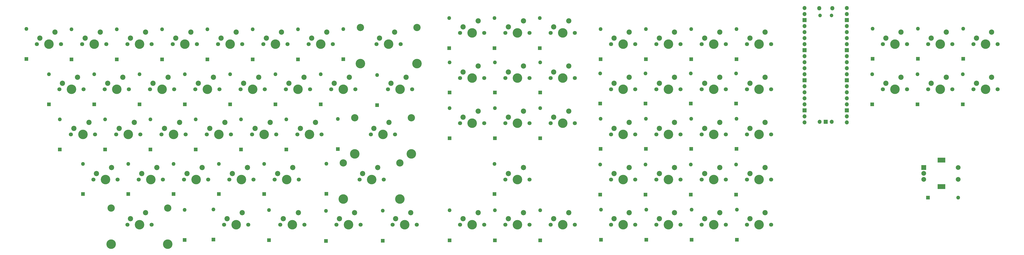
<source format=gbr>
%TF.GenerationSoftware,KiCad,Pcbnew,8.99.0-3334-g98ae574c78*%
%TF.CreationDate,2025-06-08T22:47:57-05:00*%
%TF.ProjectId,CircuitCyboard-Right,43697263-7569-4744-9379-626f6172642d,rev?*%
%TF.SameCoordinates,Original*%
%TF.FileFunction,Soldermask,Bot*%
%TF.FilePolarity,Negative*%
%FSLAX46Y46*%
G04 Gerber Fmt 4.6, Leading zero omitted, Abs format (unit mm)*
G04 Created by KiCad (PCBNEW 8.99.0-3334-g98ae574c78) date 2025-06-08 22:47:57*
%MOMM*%
%LPD*%
G01*
G04 APERTURE LIST*
%ADD10C,1.700000*%
%ADD11C,4.000000*%
%ADD12C,2.200000*%
%ADD13R,2.000000X2.000000*%
%ADD14C,2.000000*%
%ADD15R,3.200000X2.000000*%
%ADD16C,3.050000*%
%ADD17O,1.800000X1.800000*%
%ADD18O,1.500000X1.500000*%
%ADD19O,1.700000X1.700000*%
%ADD20R,1.700000X1.700000*%
%ADD21R,1.600000X1.600000*%
%ADD22O,1.600000X1.600000*%
G04 APERTURE END LIST*
D10*
%TO.C,SW62*%
X330220100Y-115220000D03*
D11*
X335300100Y-115220000D03*
D10*
X340380100Y-115220000D03*
D12*
X337840100Y-110140000D03*
X331490100Y-112680000D03*
%TD*%
D10*
%TO.C,SW4*%
X74412500Y-96170000D03*
D11*
X79492500Y-96170000D03*
D10*
X84572500Y-96170000D03*
D12*
X82032500Y-91090000D03*
X75682500Y-93630000D03*
%TD*%
D10*
%TO.C,SW36*%
X228620100Y-53307500D03*
D11*
X233700100Y-53307500D03*
D10*
X238780100Y-53307500D03*
D12*
X236240100Y-48227500D03*
X229890100Y-50767500D03*
%TD*%
D10*
%TO.C,SW47*%
X266720100Y-115220000D03*
D11*
X271800100Y-115220000D03*
D10*
X276880100Y-115220000D03*
D12*
X274340100Y-110140000D03*
X267990100Y-112680000D03*
%TD*%
D10*
%TO.C,SW52*%
X292120100Y-115220000D03*
D11*
X297200100Y-115220000D03*
D10*
X302280100Y-115220000D03*
D12*
X299740100Y-110140000D03*
X293390100Y-112680000D03*
%TD*%
D10*
%TO.C,SW2*%
X60125000Y-58070000D03*
D11*
X65205000Y-58070000D03*
D10*
X70285000Y-58070000D03*
D12*
X67745000Y-52990000D03*
X61395000Y-55530000D03*
%TD*%
D10*
%TO.C,SW61*%
X330220100Y-96170000D03*
D11*
X335300100Y-96170000D03*
D10*
X340380100Y-96170000D03*
D12*
X337840100Y-91090000D03*
X331490100Y-93630000D03*
%TD*%
D10*
%TO.C,SW66*%
X349270100Y-96170000D03*
D11*
X354350100Y-96170000D03*
D10*
X359430100Y-96170000D03*
D12*
X356890100Y-91090000D03*
X350540100Y-93630000D03*
%TD*%
D10*
%TO.C,SW59*%
X330220100Y-58070000D03*
D11*
X335300100Y-58070000D03*
D10*
X340380100Y-58070000D03*
D12*
X337840100Y-52990000D03*
X331490100Y-55530000D03*
%TD*%
D10*
%TO.C,SW39*%
X247670100Y-34257500D03*
D11*
X252750100Y-34257500D03*
D10*
X257830100Y-34257500D03*
D12*
X255290100Y-29177500D03*
X248940100Y-31717500D03*
%TD*%
D13*
%TO.C,SW72*%
X423565100Y-91090000D03*
D14*
X423565100Y-96090000D03*
X423565100Y-93590000D03*
D15*
X431065100Y-87990000D03*
X431065100Y-99190000D03*
D14*
X438065100Y-96090000D03*
X438065100Y-91090000D03*
%TD*%
D10*
%TO.C,SW41*%
X247670100Y-72357500D03*
D11*
X252750100Y-72357500D03*
D10*
X257830100Y-72357500D03*
D12*
X255290100Y-67277500D03*
X248940100Y-69817500D03*
%TD*%
D10*
%TO.C,SW27*%
X155375000Y-58070000D03*
D11*
X160455000Y-58070000D03*
D10*
X165535000Y-58070000D03*
D12*
X162995000Y-52990000D03*
X156645000Y-55530000D03*
%TD*%
D10*
%TO.C,SW1*%
X50600000Y-39020000D03*
D11*
X55680000Y-39020000D03*
D10*
X60760000Y-39020000D03*
D12*
X58220000Y-33940000D03*
X51870000Y-36480000D03*
%TD*%
D10*
%TO.C,SW9*%
X93462500Y-96170000D03*
D11*
X98542500Y-96170000D03*
D10*
X103622500Y-96170000D03*
D12*
X101082500Y-91090000D03*
X94732500Y-93630000D03*
%TD*%
D10*
%TO.C,SW19*%
X131562500Y-96170000D03*
D11*
X136642500Y-96170000D03*
D10*
X141722500Y-96170000D03*
D12*
X139182500Y-91090000D03*
X132832500Y-93630000D03*
%TD*%
D10*
%TO.C,SW53*%
X311170100Y-39020000D03*
D11*
X316250100Y-39020000D03*
D10*
X321330100Y-39020000D03*
D12*
X318790100Y-33940000D03*
X312440100Y-36480000D03*
%TD*%
D10*
%TO.C,SW26*%
X145850000Y-39020000D03*
D11*
X150930000Y-39020000D03*
D10*
X156010000Y-39020000D03*
D12*
X153470000Y-33940000D03*
X147120000Y-36480000D03*
%TD*%
D10*
%TO.C,SW54*%
X311170100Y-58070000D03*
D11*
X316250100Y-58070000D03*
D10*
X321330100Y-58070000D03*
D12*
X318790100Y-52990000D03*
X312440100Y-55530000D03*
%TD*%
D10*
%TO.C,SW69*%
X406420100Y-58070000D03*
D11*
X411500100Y-58070000D03*
D10*
X416580100Y-58070000D03*
D12*
X414040100Y-52990000D03*
X407690100Y-55530000D03*
%TD*%
D10*
%TO.C,SW35*%
X228620100Y-34257500D03*
D11*
X233700100Y-34257500D03*
D10*
X238780100Y-34257500D03*
D12*
X236240100Y-29177500D03*
X229890100Y-31717500D03*
%TD*%
D10*
%TO.C,SW48*%
X292120100Y-39020000D03*
D11*
X297200100Y-39020000D03*
D10*
X302280100Y-39020000D03*
D12*
X299740100Y-33940000D03*
X293390100Y-36480000D03*
%TD*%
D10*
%TO.C,SW13*%
X102987500Y-77120000D03*
D11*
X108067500Y-77120000D03*
D10*
X113147500Y-77120000D03*
D12*
X110607500Y-72040000D03*
X104257500Y-74580000D03*
%TD*%
D10*
%TO.C,SW67*%
X349270100Y-115220000D03*
D11*
X354350100Y-115220000D03*
D10*
X359430100Y-115220000D03*
D12*
X356890100Y-110140000D03*
X350540100Y-112680000D03*
%TD*%
D16*
%TO.C,SW32*%
X184273500Y-70120000D03*
D11*
X184273500Y-85360000D03*
D10*
X191093500Y-77120000D03*
D11*
X196173500Y-77120000D03*
D10*
X201253500Y-77120000D03*
D16*
X208073500Y-70120000D03*
D11*
X208073500Y-85360000D03*
D12*
X198713500Y-72040000D03*
X192363500Y-74580000D03*
%TD*%
D10*
%TO.C,SW73*%
X444520100Y-39020000D03*
D11*
X449600100Y-39020000D03*
D10*
X454680100Y-39020000D03*
D12*
X452140100Y-33940000D03*
X445790100Y-36480000D03*
%TD*%
D10*
%TO.C,SW14*%
X112512500Y-96170000D03*
D11*
X117592500Y-96170000D03*
D10*
X122672500Y-96170000D03*
D12*
X120132500Y-91090000D03*
X113782500Y-93630000D03*
%TD*%
D10*
%TO.C,SW7*%
X79175000Y-58070000D03*
D11*
X84255000Y-58070000D03*
D10*
X89335000Y-58070000D03*
D12*
X86795000Y-52990000D03*
X80445000Y-55530000D03*
%TD*%
D10*
%TO.C,SW11*%
X88700000Y-39020000D03*
D11*
X93780000Y-39020000D03*
D10*
X98860000Y-39020000D03*
D12*
X96320000Y-33940000D03*
X89970000Y-36480000D03*
%TD*%
D10*
%TO.C,SW8*%
X83937500Y-77120000D03*
D11*
X89017500Y-77120000D03*
D10*
X94097500Y-77120000D03*
D12*
X91557500Y-72040000D03*
X85207500Y-74580000D03*
%TD*%
D10*
%TO.C,SW10*%
X129372300Y-115220000D03*
D11*
X134452300Y-115220000D03*
D10*
X139532300Y-115220000D03*
D12*
X136992300Y-110140000D03*
X130642300Y-112680000D03*
%TD*%
D10*
%TO.C,SW70*%
X425470100Y-39020000D03*
D11*
X430550100Y-39020000D03*
D10*
X435630100Y-39020000D03*
D12*
X433090100Y-33940000D03*
X426740100Y-36480000D03*
%TD*%
D10*
%TO.C,SW63*%
X349270100Y-39020000D03*
D11*
X354350100Y-39020000D03*
D10*
X359430100Y-39020000D03*
D12*
X356890100Y-33940000D03*
X350540100Y-36480000D03*
%TD*%
D10*
%TO.C,SW20*%
X176615200Y-115220000D03*
D11*
X181695200Y-115220000D03*
D10*
X186775200Y-115220000D03*
D12*
X184235200Y-110140000D03*
X177885200Y-112680000D03*
%TD*%
D10*
%TO.C,SW30*%
X164900000Y-39020000D03*
D11*
X169980000Y-39020000D03*
D10*
X175060000Y-39020000D03*
D12*
X172520000Y-33940000D03*
X166170000Y-36480000D03*
%TD*%
D10*
%TO.C,SW58*%
X330220100Y-39020000D03*
D11*
X335300100Y-39020000D03*
D10*
X340380100Y-39020000D03*
D12*
X337840100Y-33940000D03*
X331490100Y-36480000D03*
%TD*%
D10*
%TO.C,SW23*%
X141087500Y-77120000D03*
D11*
X146167500Y-77120000D03*
D10*
X151247500Y-77120000D03*
D12*
X148707500Y-72040000D03*
X142357500Y-74580000D03*
%TD*%
D10*
%TO.C,SW40*%
X247670100Y-53307500D03*
D11*
X252750100Y-53307500D03*
D10*
X257830100Y-53307500D03*
D12*
X255290100Y-48227500D03*
X248940100Y-50767500D03*
%TD*%
D10*
%TO.C,SW17*%
X117275000Y-58070000D03*
D11*
X122355000Y-58070000D03*
D10*
X127435000Y-58070000D03*
D12*
X124895000Y-52990000D03*
X118545000Y-55530000D03*
%TD*%
D10*
%TO.C,SW31*%
X174425000Y-58070000D03*
D11*
X179505000Y-58070000D03*
D10*
X184585000Y-58070000D03*
D12*
X182045000Y-52990000D03*
X175695000Y-55530000D03*
%TD*%
D10*
%TO.C,SW55*%
X311170100Y-77120000D03*
D11*
X316250100Y-77120000D03*
D10*
X321330100Y-77120000D03*
D12*
X318790100Y-72040000D03*
X312440100Y-74580000D03*
%TD*%
D10*
%TO.C,SW12*%
X98225000Y-58070000D03*
D11*
X103305000Y-58070000D03*
D10*
X108385000Y-58070000D03*
D12*
X105845000Y-52990000D03*
X99495000Y-55530000D03*
%TD*%
D10*
%TO.C,SW25*%
X200236600Y-115220000D03*
D11*
X205316600Y-115220000D03*
D10*
X210396600Y-115220000D03*
D12*
X207856600Y-110140000D03*
X201506600Y-112680000D03*
%TD*%
D10*
%TO.C,SW57*%
X311170100Y-115220000D03*
D11*
X316250100Y-115220000D03*
D10*
X321330100Y-115220000D03*
D12*
X318790100Y-110140000D03*
X312440100Y-112680000D03*
%TD*%
D10*
%TO.C,SW65*%
X349270100Y-77120000D03*
D11*
X354350100Y-77120000D03*
D10*
X359430100Y-77120000D03*
D12*
X356890100Y-72040000D03*
X350540100Y-74580000D03*
%TD*%
D16*
%TO.C,SW5*%
X81880000Y-108220000D03*
D11*
X81880000Y-123460000D03*
D10*
X88700000Y-115220000D03*
D11*
X93780000Y-115220000D03*
D10*
X98860000Y-115220000D03*
D16*
X105680000Y-108220000D03*
D11*
X105680000Y-123460000D03*
D12*
X96320000Y-110140000D03*
X89970000Y-112680000D03*
%TD*%
D10*
%TO.C,SW18*%
X122037500Y-77120000D03*
D11*
X127117500Y-77120000D03*
D10*
X132197500Y-77120000D03*
D12*
X129657500Y-72040000D03*
X123307500Y-74580000D03*
%TD*%
D10*
%TO.C,SW45*%
X266720100Y-53307500D03*
D11*
X271800100Y-53307500D03*
D10*
X276880100Y-53307500D03*
D12*
X274340100Y-48227500D03*
X267990100Y-50767500D03*
%TD*%
D16*
%TO.C,SW29*%
X179511500Y-89170000D03*
D11*
X179511500Y-104410000D03*
D10*
X186331500Y-96170000D03*
D11*
X191411500Y-96170000D03*
D10*
X196491500Y-96170000D03*
D16*
X203311500Y-89170000D03*
D11*
X203311500Y-104410000D03*
D12*
X193951500Y-91090000D03*
X187601500Y-93630000D03*
%TD*%
D10*
%TO.C,SW51*%
X292120100Y-96170000D03*
D11*
X297200100Y-96170000D03*
D10*
X302280100Y-96170000D03*
D12*
X299740100Y-91090000D03*
X293390100Y-93630000D03*
%TD*%
D16*
%TO.C,SW33*%
X186655000Y-32020000D03*
D11*
X186655000Y-47260000D03*
D10*
X193475000Y-39020000D03*
D11*
X198555000Y-39020000D03*
D10*
X203635000Y-39020000D03*
D16*
X210455000Y-32020000D03*
D11*
X210455000Y-47260000D03*
D12*
X201095000Y-33940000D03*
X194745000Y-36480000D03*
%TD*%
D10*
%TO.C,SW50*%
X292120100Y-77120000D03*
D11*
X297200100Y-77120000D03*
D10*
X302280100Y-77120000D03*
D12*
X299740100Y-72040000D03*
X293390100Y-74580000D03*
%TD*%
D10*
%TO.C,SW46*%
X266720100Y-72357500D03*
D11*
X271800100Y-72357500D03*
D10*
X276880100Y-72357500D03*
D12*
X274340100Y-67277500D03*
X267990100Y-69817500D03*
%TD*%
D10*
%TO.C,SW16*%
X107750000Y-39020000D03*
D11*
X112830000Y-39020000D03*
D10*
X117910000Y-39020000D03*
D12*
X115370000Y-33940000D03*
X109020000Y-36480000D03*
%TD*%
D10*
%TO.C,SW28*%
X160137500Y-77120000D03*
D11*
X165217500Y-77120000D03*
D10*
X170297500Y-77120000D03*
D12*
X167757500Y-72040000D03*
X161407500Y-74580000D03*
%TD*%
D10*
%TO.C,SW44*%
X266720100Y-34257500D03*
D11*
X271800100Y-34257500D03*
D10*
X276880100Y-34257500D03*
D12*
X274340100Y-29177500D03*
X267990100Y-31717500D03*
%TD*%
D10*
%TO.C,SW34*%
X198237500Y-58070000D03*
D11*
X203317500Y-58070000D03*
D10*
X208397500Y-58070000D03*
D12*
X205857500Y-52990000D03*
X199507500Y-55530000D03*
%TD*%
D10*
%TO.C,SW68*%
X406420100Y-39020000D03*
D11*
X411500100Y-39020000D03*
D10*
X416580100Y-39020000D03*
D12*
X414040100Y-33940000D03*
X407690100Y-36480000D03*
%TD*%
D10*
%TO.C,SW74*%
X444520100Y-58070000D03*
D11*
X449600100Y-58070000D03*
D10*
X454680100Y-58070000D03*
D12*
X452140100Y-52990000D03*
X445790100Y-55530000D03*
%TD*%
D10*
%TO.C,SW49*%
X292120100Y-58070000D03*
D11*
X297200100Y-58070000D03*
D10*
X302280100Y-58070000D03*
D12*
X299740100Y-52990000D03*
X293390100Y-55530000D03*
%TD*%
D10*
%TO.C,SW71*%
X425470100Y-58070000D03*
D11*
X430550100Y-58070000D03*
D10*
X435630100Y-58070000D03*
D12*
X433090100Y-52990000D03*
X426740100Y-55530000D03*
%TD*%
D10*
%TO.C,SW38*%
X228620100Y-115220000D03*
D11*
X233700100Y-115220000D03*
D10*
X238780100Y-115220000D03*
D12*
X236240100Y-110140000D03*
X229890100Y-112680000D03*
%TD*%
D10*
%TO.C,SW60*%
X330220100Y-77120000D03*
D11*
X335300100Y-77120000D03*
D10*
X340380100Y-77120000D03*
D12*
X337840100Y-72040000D03*
X331490100Y-74580000D03*
%TD*%
D17*
%TO.C,U1*%
X379650000Y-23900000D03*
D18*
X379950000Y-26930000D03*
X384800000Y-26930000D03*
D17*
X385100000Y-23900000D03*
D19*
X373485000Y-23770000D03*
X373485000Y-26310000D03*
D20*
X373485000Y-28850000D03*
D19*
X373485000Y-31390000D03*
X373485000Y-33930000D03*
X373485000Y-36470000D03*
X373485000Y-39010000D03*
D20*
X373485000Y-41550000D03*
D19*
X373485000Y-44090000D03*
X373485000Y-46630000D03*
X373485000Y-49170000D03*
X373485000Y-51710000D03*
D20*
X373485000Y-54250000D03*
D19*
X373485000Y-56790000D03*
X373485000Y-59330000D03*
X373485000Y-61870000D03*
X373485000Y-64410000D03*
D20*
X373485000Y-66950000D03*
D19*
X373485000Y-69490000D03*
X373485000Y-72030000D03*
X391265000Y-72030000D03*
X391265000Y-69490000D03*
D20*
X391265000Y-66950000D03*
D19*
X391265000Y-64410000D03*
X391265000Y-61870000D03*
X391265000Y-59330000D03*
X391265000Y-56790000D03*
D20*
X391265000Y-54250000D03*
D19*
X391265000Y-51710000D03*
X391265000Y-49170000D03*
X391265000Y-46630000D03*
X391265000Y-44090000D03*
D20*
X391265000Y-41550000D03*
D19*
X391265000Y-39010000D03*
X391265000Y-36470000D03*
X391265000Y-33930000D03*
X391265000Y-31390000D03*
D20*
X391265000Y-28850000D03*
D19*
X391265000Y-26310000D03*
X391265000Y-23770000D03*
X379835000Y-71800000D03*
D20*
X382375000Y-71800000D03*
D19*
X384915000Y-71800000D03*
%TD*%
D10*
%TO.C,SW43*%
X247670100Y-115220000D03*
D11*
X252750100Y-115220000D03*
D10*
X257830100Y-115220000D03*
D12*
X255290100Y-110140000D03*
X248940100Y-112680000D03*
%TD*%
D10*
%TO.C,SW22*%
X136325000Y-58070000D03*
D11*
X141405000Y-58070000D03*
D10*
X146485000Y-58070000D03*
D12*
X143945000Y-52990000D03*
X137595000Y-55530000D03*
%TD*%
D10*
%TO.C,SW21*%
X126800000Y-39020000D03*
D11*
X131880000Y-39020000D03*
D10*
X136960000Y-39020000D03*
D12*
X134420000Y-33940000D03*
X128070000Y-36480000D03*
%TD*%
D10*
%TO.C,SW6*%
X69650000Y-39020000D03*
D11*
X74730000Y-39020000D03*
D10*
X79810000Y-39020000D03*
D12*
X77270000Y-33940000D03*
X70920000Y-36480000D03*
%TD*%
D10*
%TO.C,SW15*%
X152993800Y-115220000D03*
D11*
X158073800Y-115220000D03*
D10*
X163153800Y-115220000D03*
D12*
X160613800Y-110140000D03*
X154263800Y-112680000D03*
%TD*%
D10*
%TO.C,SW24*%
X150612500Y-96170000D03*
D11*
X155692500Y-96170000D03*
D10*
X160772500Y-96170000D03*
D12*
X158232500Y-91090000D03*
X151882500Y-93630000D03*
%TD*%
D10*
%TO.C,SW3*%
X64887500Y-77120000D03*
D11*
X69967500Y-77120000D03*
D10*
X75047500Y-77120000D03*
D12*
X72507500Y-72040000D03*
X66157500Y-74580000D03*
%TD*%
D10*
%TO.C,SW64*%
X349270100Y-58070000D03*
D11*
X354350100Y-58070000D03*
D10*
X359430100Y-58070000D03*
D12*
X356890100Y-52990000D03*
X350540100Y-55530000D03*
%TD*%
D10*
%TO.C,SW42*%
X247670100Y-96170000D03*
D11*
X252750100Y-96170000D03*
D10*
X257830100Y-96170000D03*
D12*
X255290100Y-91090000D03*
X248940100Y-93630000D03*
%TD*%
D10*
%TO.C,SW56*%
X311170100Y-96170000D03*
D11*
X316250100Y-96170000D03*
D10*
X321330100Y-96170000D03*
D12*
X318790100Y-91090000D03*
X312440100Y-93630000D03*
%TD*%
D10*
%TO.C,SW37*%
X228620100Y-72357500D03*
D11*
X233700100Y-72357500D03*
D10*
X238780100Y-72357500D03*
D12*
X236240100Y-67277500D03*
X229890100Y-69817500D03*
%TD*%
D21*
%TO.C,D58*%
X325780000Y-45420000D03*
D22*
X325780000Y-32720000D03*
%TD*%
D21*
%TO.C,D11*%
X84230000Y-45470000D03*
D22*
X84230000Y-32770000D03*
%TD*%
D21*
%TO.C,D6*%
X65180000Y-45470000D03*
D22*
X65180000Y-32770000D03*
%TD*%
D21*
%TO.C,D16*%
X103280000Y-45470000D03*
D22*
X103280000Y-32770000D03*
%TD*%
D21*
%TO.C,D72*%
X420930000Y-64420000D03*
D22*
X420930000Y-51720000D03*
%TD*%
D21*
%TO.C,D39*%
X243030000Y-40720000D03*
D22*
X243030000Y-28020000D03*
%TD*%
D21*
%TO.C,D68*%
X402080000Y-45220000D03*
D22*
X402080000Y-32520000D03*
%TD*%
D21*
%TO.C,D69*%
X401880000Y-64420000D03*
D22*
X401880000Y-51720000D03*
%TD*%
D21*
%TO.C,D22*%
X131880000Y-64420000D03*
D22*
X131880000Y-51720000D03*
%TD*%
D21*
%TO.C,D43*%
X243230000Y-121820000D03*
D22*
X243230000Y-109120000D03*
%TD*%
D21*
%TO.C,D57*%
X306930000Y-121620000D03*
D22*
X306930000Y-108920000D03*
%TD*%
D21*
%TO.C,D14*%
X108080000Y-102270000D03*
D22*
X108080000Y-89570000D03*
%TD*%
D21*
%TO.C,D50*%
X287680000Y-83220000D03*
D22*
X287680000Y-70520000D03*
%TD*%
D21*
%TO.C,D7*%
X74730000Y-64420000D03*
D22*
X74730000Y-51720000D03*
%TD*%
D21*
%TO.C,D27*%
X150930000Y-64420000D03*
D22*
X150930000Y-51720000D03*
%TD*%
D21*
%TO.C,D31*%
X169980000Y-64420000D03*
D22*
X169980000Y-51720000D03*
%TD*%
D21*
%TO.C,D3*%
X60280000Y-83520000D03*
D22*
X60280000Y-70820000D03*
%TD*%
D21*
%TO.C,D8*%
X79330000Y-83520000D03*
D22*
X79330000Y-70820000D03*
%TD*%
D21*
%TO.C,D67*%
X345030000Y-121620000D03*
D22*
X345030000Y-108920000D03*
%TD*%
D21*
%TO.C,D47*%
X262280000Y-121820000D03*
D22*
X262280000Y-109120000D03*
%TD*%
D21*
%TO.C,D36*%
X224180000Y-59420000D03*
D22*
X224180000Y-46720000D03*
%TD*%
D21*
%TO.C,D65*%
X344830000Y-83220000D03*
D22*
X344830000Y-70520000D03*
%TD*%
D21*
%TO.C,D48*%
X287680000Y-45420000D03*
D22*
X287680000Y-32720000D03*
%TD*%
D21*
%TO.C,D19*%
X127130000Y-102270000D03*
D22*
X127130000Y-89570000D03*
%TD*%
D21*
%TO.C,D38*%
X224180000Y-121820000D03*
D22*
X224180000Y-109120000D03*
%TD*%
D21*
%TO.C,D20*%
X172180000Y-122120000D03*
D22*
X172180000Y-109420000D03*
%TD*%
D21*
%TO.C,D34*%
X193680000Y-64820000D03*
D22*
X193680000Y-52120000D03*
%TD*%
D21*
%TO.C,D63*%
X344830000Y-45420000D03*
D22*
X344830000Y-32720000D03*
%TD*%
D21*
%TO.C,D73*%
X440180000Y-45220000D03*
D22*
X440180000Y-32520000D03*
%TD*%
D21*
%TO.C,D54*%
X306530000Y-64120000D03*
D22*
X306530000Y-51420000D03*
%TD*%
D21*
%TO.C,D37*%
X224180000Y-78720000D03*
D22*
X224180000Y-66020000D03*
%TD*%
D21*
%TO.C,D55*%
X306730000Y-83220000D03*
D22*
X306730000Y-70520000D03*
%TD*%
D21*
%TO.C,D70*%
X425330000Y-103820000D03*
D22*
X438030000Y-103820000D03*
%TD*%
D21*
%TO.C,D56*%
X306530000Y-102520000D03*
D22*
X306530000Y-89820000D03*
%TD*%
D21*
%TO.C,D26*%
X141380000Y-45470000D03*
D22*
X141380000Y-32770000D03*
%TD*%
D21*
%TO.C,D25*%
X196080000Y-122020000D03*
D22*
X196080000Y-109320000D03*
%TD*%
D21*
%TO.C,D32*%
X177200000Y-83300000D03*
D22*
X177200000Y-70600000D03*
%TD*%
D21*
%TO.C,D42*%
X243080000Y-102320000D03*
D22*
X243080000Y-89620000D03*
%TD*%
D21*
%TO.C,D45*%
X262280000Y-59420000D03*
D22*
X262280000Y-46720000D03*
%TD*%
D21*
%TO.C,D23*%
X136480000Y-83520000D03*
D22*
X136480000Y-70820000D03*
%TD*%
D21*
%TO.C,D21*%
X122330000Y-45470000D03*
D22*
X122330000Y-32770000D03*
%TD*%
D21*
%TO.C,D64*%
X344630000Y-64120000D03*
D22*
X344630000Y-51420000D03*
%TD*%
D21*
%TO.C,D4*%
X69980000Y-102270000D03*
D22*
X69980000Y-89570000D03*
%TD*%
D21*
%TO.C,D35*%
X223980000Y-40720000D03*
D22*
X223980000Y-28020000D03*
%TD*%
D21*
%TO.C,D74*%
X439980000Y-64420000D03*
D22*
X439980000Y-51720000D03*
%TD*%
D21*
%TO.C,D40*%
X243230000Y-59420000D03*
D22*
X243230000Y-46720000D03*
%TD*%
D21*
%TO.C,D30*%
X160430000Y-45470000D03*
D22*
X160430000Y-32770000D03*
%TD*%
D21*
%TO.C,D44*%
X262080000Y-40720000D03*
D22*
X262080000Y-28020000D03*
%TD*%
D21*
%TO.C,D51*%
X287480000Y-102520000D03*
D22*
X287480000Y-89820000D03*
%TD*%
D21*
%TO.C,D29*%
X172400000Y-102200000D03*
D22*
X172400000Y-89500000D03*
%TD*%
D21*
%TO.C,D12*%
X93780000Y-64420000D03*
D22*
X93780000Y-51720000D03*
%TD*%
D21*
%TO.C,D41*%
X243230000Y-78720000D03*
D22*
X243230000Y-66020000D03*
%TD*%
D21*
%TO.C,D15*%
X148280000Y-121720000D03*
D22*
X148280000Y-109020000D03*
%TD*%
D21*
%TO.C,D62*%
X325980000Y-121620000D03*
D22*
X325980000Y-108920000D03*
%TD*%
D21*
%TO.C,D1*%
X46180000Y-45320000D03*
D22*
X46180000Y-32620000D03*
%TD*%
D21*
%TO.C,D52*%
X287880000Y-121620000D03*
D22*
X287880000Y-108920000D03*
%TD*%
D21*
%TO.C,D61*%
X325580000Y-102520000D03*
D22*
X325580000Y-89820000D03*
%TD*%
D21*
%TO.C,D66*%
X344630000Y-102520000D03*
D22*
X344630000Y-89820000D03*
%TD*%
D21*
%TO.C,D13*%
X98380000Y-83520000D03*
D22*
X98380000Y-70820000D03*
%TD*%
D21*
%TO.C,D46*%
X262280000Y-78720000D03*
D22*
X262280000Y-66020000D03*
%TD*%
D21*
%TO.C,D18*%
X117430000Y-83520000D03*
D22*
X117430000Y-70820000D03*
%TD*%
D21*
%TO.C,D28*%
X155530000Y-83520000D03*
D22*
X155530000Y-70820000D03*
%TD*%
D21*
%TO.C,D10*%
X124880000Y-121520000D03*
D22*
X124880000Y-108820000D03*
%TD*%
D21*
%TO.C,D9*%
X89030000Y-102270000D03*
D22*
X89030000Y-89570000D03*
%TD*%
D21*
%TO.C,D71*%
X421130000Y-45220000D03*
D22*
X421130000Y-32520000D03*
%TD*%
D21*
%TO.C,D5*%
X112800000Y-121700000D03*
D22*
X112800000Y-109000000D03*
%TD*%
D21*
%TO.C,D49*%
X287480000Y-64120000D03*
D22*
X287480000Y-51420000D03*
%TD*%
D21*
%TO.C,D17*%
X112830000Y-64420000D03*
D22*
X112830000Y-51720000D03*
%TD*%
D21*
%TO.C,D53*%
X306730000Y-45420000D03*
D22*
X306730000Y-32720000D03*
%TD*%
D21*
%TO.C,D24*%
X146180000Y-102270000D03*
D22*
X146180000Y-89570000D03*
%TD*%
D21*
%TO.C,D60*%
X325780000Y-83220000D03*
D22*
X325780000Y-70520000D03*
%TD*%
D21*
%TO.C,D59*%
X325580000Y-64120000D03*
D22*
X325580000Y-51420000D03*
%TD*%
D21*
%TO.C,D33*%
X179500000Y-45420000D03*
D22*
X179500000Y-32720000D03*
%TD*%
D21*
%TO.C,D2*%
X55680000Y-64420000D03*
D22*
X55680000Y-51720000D03*
%TD*%
M02*

</source>
